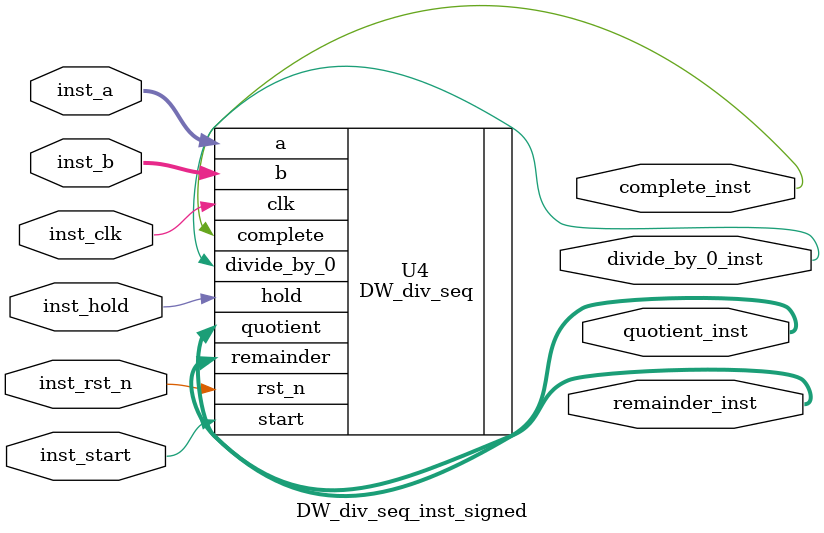
<source format=sv>


// endmodule

// #################################################################################################################


module DW_div_seq_inst_signed #(
    parameter int inst_a_width = 33,
    parameter int inst_b_width = 33,
    parameter int inst_tc_mode = 1,
    parameter int inst_num_cyc = 9,
    parameter int inst_rst_mode = 1,
    parameter int inst_input_mode = 1,
    parameter int inst_output_mode = 0,
    parameter int inst_early_start = 0
) (
    input  logic                      inst_clk,
    input  logic                      inst_rst_n,
    input  logic                      inst_hold,
    input  logic                      inst_start,
    input  logic [inst_a_width-1:0]   inst_a,
    input  logic [inst_b_width-1:0]   inst_b,
    output logic                      complete_inst,
    output logic                      divide_by_0_inst,
    output logic [inst_a_width-1:0]   quotient_inst,
    output logic [inst_b_width-1:0]   remainder_inst
);

    // Instance of DW_div_seq
    DW_div_seq #(
        .a_width(inst_a_width),
        .b_width(inst_b_width),
        .tc_mode(inst_tc_mode),
        .num_cyc(inst_num_cyc),
        .rst_mode(inst_rst_mode),
        .input_mode(inst_input_mode),
        .output_mode(inst_output_mode),
        .early_start(inst_early_start)
    ) U4 (
        .clk(inst_clk),
        .rst_n(inst_rst_n),
        .hold(inst_hold),
        .start(inst_start),
        .a(inst_a),
        .b(inst_b),
        .complete(complete_inst),
        .divide_by_0(divide_by_0_inst),
        .quotient(quotient_inst),
        .remainder(remainder_inst)
    );

endmodule

</source>
